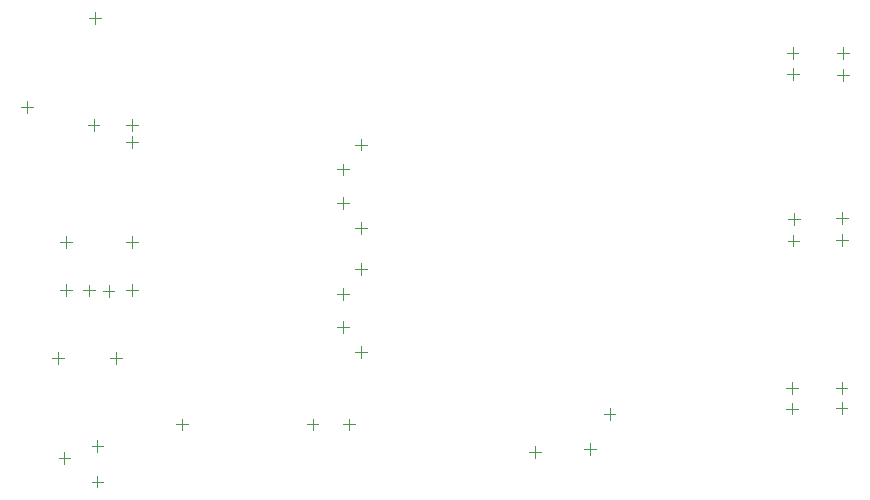
<source format=gbr>
%TF.GenerationSoftware,Altium Limited,Altium Designer,21.6.4 (81)*%
G04 Layer_Color=16711935*
%FSLAX43Y43*%
%MOMM*%
%TF.SameCoordinates,EF7AACBD-433E-4B6D-8733-A8E214C0EB56*%
%TF.FilePolarity,Positive*%
%TF.FileFunction,Other,Bottom_Component_Center*%
%TF.Part,Single*%
G01*
G75*
%TA.AperFunction,NonConductor*%
%ADD58C,0.100*%
D58*
X22606Y11553D02*
Y12553D01*
X22106Y12053D02*
X23106D01*
X22606Y14599D02*
Y15599D01*
X22106Y15099D02*
X23106D01*
X29232Y16891D02*
X30232D01*
X29732Y16391D02*
Y17391D01*
X43403Y16891D02*
X44403D01*
X43903Y16391D02*
Y17391D01*
X19812Y13521D02*
Y14521D01*
X19312Y14021D02*
X20312D01*
X40318Y16891D02*
X41318D01*
X40818Y16391D02*
Y17391D01*
X22428Y50808D02*
Y51808D01*
X21928Y51308D02*
X22928D01*
X42912Y25146D02*
X43912D01*
X43412Y24646D02*
Y25646D01*
X44395Y23038D02*
X45395D01*
X44895Y22538D02*
Y23538D01*
X44395Y40589D02*
X45395D01*
X44895Y40089D02*
Y41089D01*
X44395Y30074D02*
X45395D01*
X44895Y29574D02*
Y30574D01*
X42912Y35662D02*
X43912D01*
X43412Y35162D02*
Y36162D01*
X42912Y38481D02*
X43912D01*
X43412Y37981D02*
Y38981D01*
X42912Y27965D02*
X43912D01*
X43412Y27465D02*
Y28465D01*
X44395Y33553D02*
X45395D01*
X44895Y33053D02*
Y34053D01*
X19253Y22018D02*
Y23018D01*
X18753Y22518D02*
X19753D01*
X24155Y22018D02*
Y23018D01*
X23655Y22518D02*
X24655D01*
X23546Y27708D02*
Y28708D01*
X23046Y28208D02*
X24046D01*
X21920Y27733D02*
Y28733D01*
X21420Y28233D02*
X22420D01*
X25552Y27757D02*
Y28757D01*
X25052Y28257D02*
X26052D01*
X19939Y27757D02*
Y28757D01*
X19439Y28257D02*
X20439D01*
X19939Y31834D02*
Y32834D01*
X19439Y32334D02*
X20439D01*
X25552Y31834D02*
Y32834D01*
X25052Y32334D02*
X26052D01*
X16662Y43276D02*
Y44276D01*
X16162Y43776D02*
X17162D01*
X21776Y42266D02*
X22776D01*
X22276Y41766D02*
Y42766D01*
X25027Y42266D02*
X26027D01*
X25527Y41766D02*
Y42766D01*
X25027Y40792D02*
X26027D01*
X25527Y40292D02*
Y41292D01*
X80983Y46533D02*
X81983D01*
X81483Y46033D02*
Y47033D01*
X85149Y32512D02*
X86149D01*
X85649Y32012D02*
Y33012D01*
X80958Y48311D02*
X81958D01*
X81458Y47811D02*
Y48811D01*
X85250Y48362D02*
X86250D01*
X85750Y47862D02*
Y48862D01*
X85200Y46482D02*
X86200D01*
X85700Y45982D02*
Y46982D01*
X85149Y34392D02*
X86149D01*
X85649Y33892D02*
Y34892D01*
X81034Y32461D02*
X82034D01*
X81534Y31961D02*
Y32961D01*
X81059Y34315D02*
X82059D01*
X81559Y33815D02*
Y34815D01*
X80921Y19964D02*
X81921D01*
X81421Y19464D02*
Y20464D01*
X85110Y19990D02*
X86110D01*
X85610Y19490D02*
Y20490D01*
X85110Y18263D02*
X86110D01*
X85610Y17763D02*
Y18763D01*
X80921Y18237D02*
X81921D01*
X81421Y17737D02*
Y18737D01*
X59665Y14054D02*
Y15054D01*
X59165Y14554D02*
X60165D01*
X65964Y17266D02*
Y18266D01*
X65464Y17766D02*
X66464D01*
X63812Y14808D02*
X64812D01*
X64312Y14308D02*
Y15308D01*
%TF.MD5,66c94cf1e15b641efb636f61351d5d25*%
M02*

</source>
